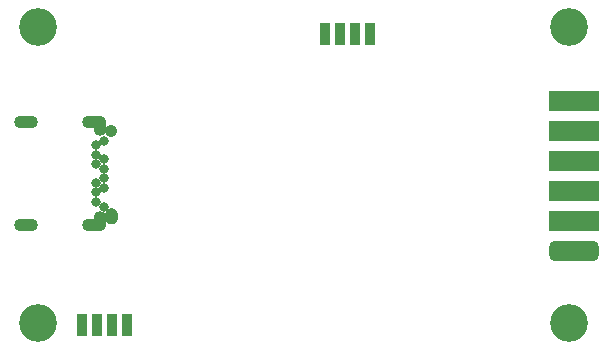
<source format=gbs>
G04*
G04 #@! TF.GenerationSoftware,Altium Limited,Altium Designer,21.6.1 (37)*
G04*
G04 Layer_Color=16711935*
%FSLAX44Y44*%
%MOMM*%
G71*
G04*
G04 #@! TF.SameCoordinates,0E5422D4-7D4D-4D2A-908C-D000608D0D2C*
G04*
G04*
G04 #@! TF.FilePolarity,Negative*
G04*
G01*
G75*
%ADD58C,3.2000*%
%ADD59O,2.0000X1.1000*%
%ADD60C,0.8000*%
%ADD61O,1.1000X1.7000*%
%ADD62C,1.0500*%
%ADD79R,4.2000X1.7240*%
G04:AMPARAMS|DCode=80|XSize=1.724mm|YSize=4.2mm|CornerRadius=0.481mm|HoleSize=0mm|Usage=FLASHONLY|Rotation=90.000|XOffset=0mm|YOffset=0mm|HoleType=Round|Shape=RoundedRectangle|*
%AMROUNDEDRECTD80*
21,1,1.7240,3.2380,0,0,90.0*
21,1,0.7620,4.2000,0,0,90.0*
1,1,0.9620,1.6190,0.3810*
1,1,0.9620,1.6190,-0.3810*
1,1,0.9620,-1.6190,-0.3810*
1,1,0.9620,-1.6190,0.3810*
%
%ADD80ROUNDEDRECTD80*%
%ADD81R,4.2000X1.7240*%
%ADD82R,0.9000X1.9000*%
G36*
X67471Y88251D02*
X67386Y87709D01*
X67243Y87178D01*
X67046Y86665D01*
X66797Y86175D01*
X66498Y85714D01*
X66152Y85287D01*
X65763Y84899D01*
X65336Y84553D01*
X64875Y84253D01*
X64386Y84004D01*
X63872Y83807D01*
X63342Y83665D01*
X62799Y83579D01*
X62250Y83550D01*
X61701Y83579D01*
X61159Y83665D01*
X60628Y83807D01*
X60115Y84004D01*
X59625Y84253D01*
X59164Y84553D01*
X58737Y84899D01*
X58349Y85287D01*
X58003Y85714D01*
X57704Y86175D01*
X57454Y86665D01*
X57257Y87178D01*
X57115Y87709D01*
X57029Y88251D01*
X57000Y88800D01*
Y91800D01*
X57029Y92349D01*
X57115Y92892D01*
X57257Y93422D01*
X57454Y93935D01*
X57704Y94425D01*
X58003Y94886D01*
X58349Y95313D01*
X58737Y95702D01*
X59164Y96047D01*
X59625Y96347D01*
X60115Y96596D01*
X60628Y96793D01*
X61159Y96935D01*
X61701Y97021D01*
X62250Y97050D01*
X62799Y97021D01*
X63342Y96935D01*
X63872Y96793D01*
X64386Y96596D01*
X64875Y96347D01*
X65336Y96047D01*
X65763Y95702D01*
X66152Y95313D01*
X66498Y94886D01*
X66797Y94425D01*
X67046Y93935D01*
X67243Y93422D01*
X67386Y92892D01*
X67471Y92349D01*
X67500Y91800D01*
Y88800D01*
X67471Y88251D01*
D02*
G37*
D58*
X0Y250000D02*
D03*
X450000Y0D02*
D03*
X0D02*
D03*
X450000Y250000D02*
D03*
D59*
X-9750Y83000D02*
D03*
Y169600D02*
D03*
X47250Y83000D02*
D03*
Y169600D02*
D03*
D60*
X48750Y102300D02*
D03*
Y110300D02*
D03*
Y118300D02*
D03*
Y150300D02*
D03*
Y142300D02*
D03*
Y134300D02*
D03*
X55750Y98300D02*
D03*
Y114300D02*
D03*
Y122300D02*
D03*
Y154300D02*
D03*
Y138300D02*
D03*
Y130300D02*
D03*
D61*
X52250Y166350D02*
D03*
Y86250D02*
D03*
D62*
X62250Y90300D02*
D03*
Y162300D02*
D03*
D79*
X454000Y187450D02*
D03*
Y162050D02*
D03*
Y136650D02*
D03*
D80*
Y60450D02*
D03*
D81*
Y111250D02*
D03*
Y85850D02*
D03*
D82*
X75000Y-1500D02*
D03*
X62500D02*
D03*
X50000D02*
D03*
X37500D02*
D03*
X243250Y244500D02*
D03*
X255750D02*
D03*
X268250D02*
D03*
X280750D02*
D03*
M02*

</source>
